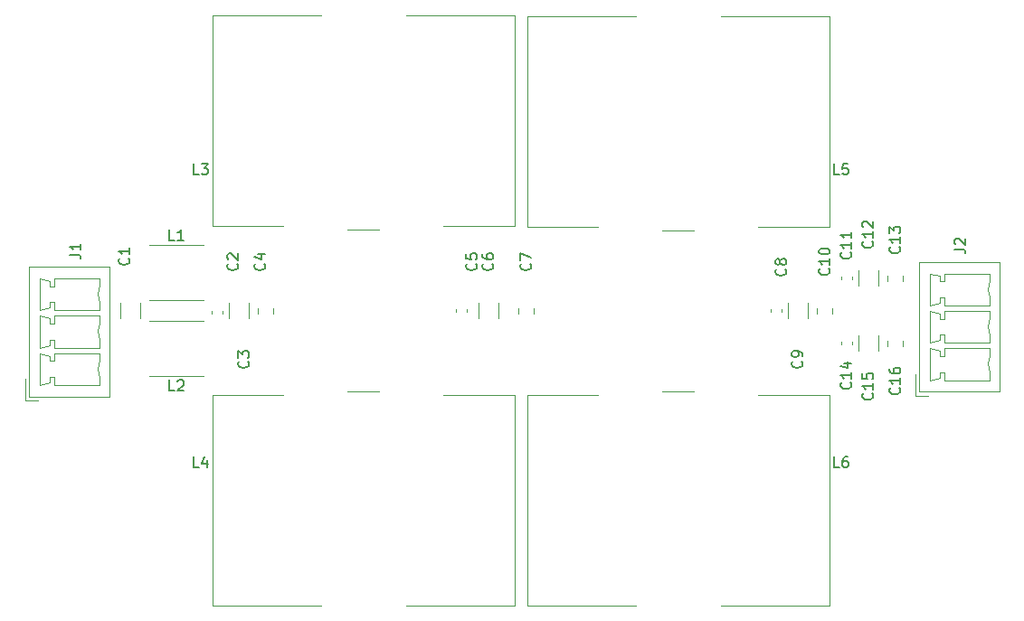
<source format=gto>
%TF.GenerationSoftware,KiCad,Pcbnew,7.0.9*%
%TF.CreationDate,2024-02-01T15:21:56-05:00*%
%TF.ProjectId,power_filter,706f7765-725f-4666-996c-7465722e6b69,rev?*%
%TF.SameCoordinates,Original*%
%TF.FileFunction,Legend,Top*%
%TF.FilePolarity,Positive*%
%FSLAX46Y46*%
G04 Gerber Fmt 4.6, Leading zero omitted, Abs format (unit mm)*
G04 Created by KiCad (PCBNEW 7.0.9) date 2024-02-01 15:21:56*
%MOMM*%
%LPD*%
G01*
G04 APERTURE LIST*
%ADD10C,0.150000*%
%ADD11C,0.120000*%
G04 APERTURE END LIST*
D10*
X116165333Y-116786819D02*
X115689143Y-116786819D01*
X115689143Y-116786819D02*
X115689143Y-115786819D01*
X116927238Y-116120152D02*
X116927238Y-116786819D01*
X116689143Y-115739200D02*
X116451048Y-116453485D01*
X116451048Y-116453485D02*
X117070095Y-116453485D01*
X176109333Y-116786819D02*
X175633143Y-116786819D01*
X175633143Y-116786819D02*
X175633143Y-115786819D01*
X176871238Y-115786819D02*
X176680762Y-115786819D01*
X176680762Y-115786819D02*
X176585524Y-115834438D01*
X176585524Y-115834438D02*
X176537905Y-115882057D01*
X176537905Y-115882057D02*
X176442667Y-116024914D01*
X176442667Y-116024914D02*
X176395048Y-116215390D01*
X176395048Y-116215390D02*
X176395048Y-116596342D01*
X176395048Y-116596342D02*
X176442667Y-116691580D01*
X176442667Y-116691580D02*
X176490286Y-116739200D01*
X176490286Y-116739200D02*
X176585524Y-116786819D01*
X176585524Y-116786819D02*
X176776000Y-116786819D01*
X176776000Y-116786819D02*
X176871238Y-116739200D01*
X176871238Y-116739200D02*
X176918857Y-116691580D01*
X176918857Y-116691580D02*
X176966476Y-116596342D01*
X176966476Y-116596342D02*
X176966476Y-116358247D01*
X176966476Y-116358247D02*
X176918857Y-116263009D01*
X176918857Y-116263009D02*
X176871238Y-116215390D01*
X176871238Y-116215390D02*
X176776000Y-116167771D01*
X176776000Y-116167771D02*
X176585524Y-116167771D01*
X176585524Y-116167771D02*
X176490286Y-116215390D01*
X176490286Y-116215390D02*
X176442667Y-116263009D01*
X176442667Y-116263009D02*
X176395048Y-116358247D01*
X181715580Y-109354857D02*
X181763200Y-109402476D01*
X181763200Y-109402476D02*
X181810819Y-109545333D01*
X181810819Y-109545333D02*
X181810819Y-109640571D01*
X181810819Y-109640571D02*
X181763200Y-109783428D01*
X181763200Y-109783428D02*
X181667961Y-109878666D01*
X181667961Y-109878666D02*
X181572723Y-109926285D01*
X181572723Y-109926285D02*
X181382247Y-109973904D01*
X181382247Y-109973904D02*
X181239390Y-109973904D01*
X181239390Y-109973904D02*
X181048914Y-109926285D01*
X181048914Y-109926285D02*
X180953676Y-109878666D01*
X180953676Y-109878666D02*
X180858438Y-109783428D01*
X180858438Y-109783428D02*
X180810819Y-109640571D01*
X180810819Y-109640571D02*
X180810819Y-109545333D01*
X180810819Y-109545333D02*
X180858438Y-109402476D01*
X180858438Y-109402476D02*
X180906057Y-109354857D01*
X181810819Y-108402476D02*
X181810819Y-108973904D01*
X181810819Y-108688190D02*
X180810819Y-108688190D01*
X180810819Y-108688190D02*
X180953676Y-108783428D01*
X180953676Y-108783428D02*
X181048914Y-108878666D01*
X181048914Y-108878666D02*
X181096533Y-108973904D01*
X180810819Y-107545333D02*
X180810819Y-107735809D01*
X180810819Y-107735809D02*
X180858438Y-107831047D01*
X180858438Y-107831047D02*
X180906057Y-107878666D01*
X180906057Y-107878666D02*
X181048914Y-107973904D01*
X181048914Y-107973904D02*
X181239390Y-108021523D01*
X181239390Y-108021523D02*
X181620342Y-108021523D01*
X181620342Y-108021523D02*
X181715580Y-107973904D01*
X181715580Y-107973904D02*
X181763200Y-107926285D01*
X181763200Y-107926285D02*
X181810819Y-107831047D01*
X181810819Y-107831047D02*
X181810819Y-107640571D01*
X181810819Y-107640571D02*
X181763200Y-107545333D01*
X181763200Y-107545333D02*
X181715580Y-107497714D01*
X181715580Y-107497714D02*
X181620342Y-107450095D01*
X181620342Y-107450095D02*
X181382247Y-107450095D01*
X181382247Y-107450095D02*
X181287009Y-107497714D01*
X181287009Y-107497714D02*
X181239390Y-107545333D01*
X181239390Y-107545333D02*
X181191771Y-107640571D01*
X181191771Y-107640571D02*
X181191771Y-107831047D01*
X181191771Y-107831047D02*
X181239390Y-107926285D01*
X181239390Y-107926285D02*
X181287009Y-107973904D01*
X181287009Y-107973904D02*
X181382247Y-108021523D01*
X113901333Y-95506819D02*
X113425143Y-95506819D01*
X113425143Y-95506819D02*
X113425143Y-94506819D01*
X114758476Y-95506819D02*
X114187048Y-95506819D01*
X114472762Y-95506819D02*
X114472762Y-94506819D01*
X114472762Y-94506819D02*
X114377524Y-94649676D01*
X114377524Y-94649676D02*
X114282286Y-94744914D01*
X114282286Y-94744914D02*
X114187048Y-94792533D01*
X122279580Y-97702666D02*
X122327200Y-97750285D01*
X122327200Y-97750285D02*
X122374819Y-97893142D01*
X122374819Y-97893142D02*
X122374819Y-97988380D01*
X122374819Y-97988380D02*
X122327200Y-98131237D01*
X122327200Y-98131237D02*
X122231961Y-98226475D01*
X122231961Y-98226475D02*
X122136723Y-98274094D01*
X122136723Y-98274094D02*
X121946247Y-98321713D01*
X121946247Y-98321713D02*
X121803390Y-98321713D01*
X121803390Y-98321713D02*
X121612914Y-98274094D01*
X121612914Y-98274094D02*
X121517676Y-98226475D01*
X121517676Y-98226475D02*
X121422438Y-98131237D01*
X121422438Y-98131237D02*
X121374819Y-97988380D01*
X121374819Y-97988380D02*
X121374819Y-97893142D01*
X121374819Y-97893142D02*
X121422438Y-97750285D01*
X121422438Y-97750285D02*
X121470057Y-97702666D01*
X121708152Y-96845523D02*
X122374819Y-96845523D01*
X121327200Y-97083618D02*
X122041485Y-97321713D01*
X122041485Y-97321713D02*
X122041485Y-96702666D01*
X176109333Y-89354819D02*
X175633143Y-89354819D01*
X175633143Y-89354819D02*
X175633143Y-88354819D01*
X176918857Y-88354819D02*
X176442667Y-88354819D01*
X176442667Y-88354819D02*
X176395048Y-88831009D01*
X176395048Y-88831009D02*
X176442667Y-88783390D01*
X176442667Y-88783390D02*
X176537905Y-88735771D01*
X176537905Y-88735771D02*
X176776000Y-88735771D01*
X176776000Y-88735771D02*
X176871238Y-88783390D01*
X176871238Y-88783390D02*
X176918857Y-88831009D01*
X176918857Y-88831009D02*
X176966476Y-88926247D01*
X176966476Y-88926247D02*
X176966476Y-89164342D01*
X176966476Y-89164342D02*
X176918857Y-89259580D01*
X176918857Y-89259580D02*
X176871238Y-89307200D01*
X176871238Y-89307200D02*
X176776000Y-89354819D01*
X176776000Y-89354819D02*
X176537905Y-89354819D01*
X176537905Y-89354819D02*
X176442667Y-89307200D01*
X176442667Y-89307200D02*
X176395048Y-89259580D01*
X177143580Y-108846857D02*
X177191200Y-108894476D01*
X177191200Y-108894476D02*
X177238819Y-109037333D01*
X177238819Y-109037333D02*
X177238819Y-109132571D01*
X177238819Y-109132571D02*
X177191200Y-109275428D01*
X177191200Y-109275428D02*
X177095961Y-109370666D01*
X177095961Y-109370666D02*
X177000723Y-109418285D01*
X177000723Y-109418285D02*
X176810247Y-109465904D01*
X176810247Y-109465904D02*
X176667390Y-109465904D01*
X176667390Y-109465904D02*
X176476914Y-109418285D01*
X176476914Y-109418285D02*
X176381676Y-109370666D01*
X176381676Y-109370666D02*
X176286438Y-109275428D01*
X176286438Y-109275428D02*
X176238819Y-109132571D01*
X176238819Y-109132571D02*
X176238819Y-109037333D01*
X176238819Y-109037333D02*
X176286438Y-108894476D01*
X176286438Y-108894476D02*
X176334057Y-108846857D01*
X177238819Y-107894476D02*
X177238819Y-108465904D01*
X177238819Y-108180190D02*
X176238819Y-108180190D01*
X176238819Y-108180190D02*
X176381676Y-108275428D01*
X176381676Y-108275428D02*
X176476914Y-108370666D01*
X176476914Y-108370666D02*
X176524533Y-108465904D01*
X176572152Y-107037333D02*
X177238819Y-107037333D01*
X176191200Y-107275428D02*
X176905485Y-107513523D01*
X176905485Y-107513523D02*
X176905485Y-106894476D01*
X147171580Y-97702666D02*
X147219200Y-97750285D01*
X147219200Y-97750285D02*
X147266819Y-97893142D01*
X147266819Y-97893142D02*
X147266819Y-97988380D01*
X147266819Y-97988380D02*
X147219200Y-98131237D01*
X147219200Y-98131237D02*
X147123961Y-98226475D01*
X147123961Y-98226475D02*
X147028723Y-98274094D01*
X147028723Y-98274094D02*
X146838247Y-98321713D01*
X146838247Y-98321713D02*
X146695390Y-98321713D01*
X146695390Y-98321713D02*
X146504914Y-98274094D01*
X146504914Y-98274094D02*
X146409676Y-98226475D01*
X146409676Y-98226475D02*
X146314438Y-98131237D01*
X146314438Y-98131237D02*
X146266819Y-97988380D01*
X146266819Y-97988380D02*
X146266819Y-97893142D01*
X146266819Y-97893142D02*
X146314438Y-97750285D01*
X146314438Y-97750285D02*
X146362057Y-97702666D01*
X146266819Y-97369332D02*
X146266819Y-96702666D01*
X146266819Y-96702666D02*
X147266819Y-97131237D01*
X171047580Y-98210666D02*
X171095200Y-98258285D01*
X171095200Y-98258285D02*
X171142819Y-98401142D01*
X171142819Y-98401142D02*
X171142819Y-98496380D01*
X171142819Y-98496380D02*
X171095200Y-98639237D01*
X171095200Y-98639237D02*
X170999961Y-98734475D01*
X170999961Y-98734475D02*
X170904723Y-98782094D01*
X170904723Y-98782094D02*
X170714247Y-98829713D01*
X170714247Y-98829713D02*
X170571390Y-98829713D01*
X170571390Y-98829713D02*
X170380914Y-98782094D01*
X170380914Y-98782094D02*
X170285676Y-98734475D01*
X170285676Y-98734475D02*
X170190438Y-98639237D01*
X170190438Y-98639237D02*
X170142819Y-98496380D01*
X170142819Y-98496380D02*
X170142819Y-98401142D01*
X170142819Y-98401142D02*
X170190438Y-98258285D01*
X170190438Y-98258285D02*
X170238057Y-98210666D01*
X170571390Y-97639237D02*
X170523771Y-97734475D01*
X170523771Y-97734475D02*
X170476152Y-97782094D01*
X170476152Y-97782094D02*
X170380914Y-97829713D01*
X170380914Y-97829713D02*
X170333295Y-97829713D01*
X170333295Y-97829713D02*
X170238057Y-97782094D01*
X170238057Y-97782094D02*
X170190438Y-97734475D01*
X170190438Y-97734475D02*
X170142819Y-97639237D01*
X170142819Y-97639237D02*
X170142819Y-97448761D01*
X170142819Y-97448761D02*
X170190438Y-97353523D01*
X170190438Y-97353523D02*
X170238057Y-97305904D01*
X170238057Y-97305904D02*
X170333295Y-97258285D01*
X170333295Y-97258285D02*
X170380914Y-97258285D01*
X170380914Y-97258285D02*
X170476152Y-97305904D01*
X170476152Y-97305904D02*
X170523771Y-97353523D01*
X170523771Y-97353523D02*
X170571390Y-97448761D01*
X170571390Y-97448761D02*
X170571390Y-97639237D01*
X170571390Y-97639237D02*
X170619009Y-97734475D01*
X170619009Y-97734475D02*
X170666628Y-97782094D01*
X170666628Y-97782094D02*
X170761866Y-97829713D01*
X170761866Y-97829713D02*
X170952342Y-97829713D01*
X170952342Y-97829713D02*
X171047580Y-97782094D01*
X171047580Y-97782094D02*
X171095200Y-97734475D01*
X171095200Y-97734475D02*
X171142819Y-97639237D01*
X171142819Y-97639237D02*
X171142819Y-97448761D01*
X171142819Y-97448761D02*
X171095200Y-97353523D01*
X171095200Y-97353523D02*
X171047580Y-97305904D01*
X171047580Y-97305904D02*
X170952342Y-97258285D01*
X170952342Y-97258285D02*
X170761866Y-97258285D01*
X170761866Y-97258285D02*
X170666628Y-97305904D01*
X170666628Y-97305904D02*
X170619009Y-97353523D01*
X170619009Y-97353523D02*
X170571390Y-97448761D01*
X120755580Y-106846666D02*
X120803200Y-106894285D01*
X120803200Y-106894285D02*
X120850819Y-107037142D01*
X120850819Y-107037142D02*
X120850819Y-107132380D01*
X120850819Y-107132380D02*
X120803200Y-107275237D01*
X120803200Y-107275237D02*
X120707961Y-107370475D01*
X120707961Y-107370475D02*
X120612723Y-107418094D01*
X120612723Y-107418094D02*
X120422247Y-107465713D01*
X120422247Y-107465713D02*
X120279390Y-107465713D01*
X120279390Y-107465713D02*
X120088914Y-107418094D01*
X120088914Y-107418094D02*
X119993676Y-107370475D01*
X119993676Y-107370475D02*
X119898438Y-107275237D01*
X119898438Y-107275237D02*
X119850819Y-107132380D01*
X119850819Y-107132380D02*
X119850819Y-107037142D01*
X119850819Y-107037142D02*
X119898438Y-106894285D01*
X119898438Y-106894285D02*
X119946057Y-106846666D01*
X119850819Y-106513332D02*
X119850819Y-105894285D01*
X119850819Y-105894285D02*
X120231771Y-106227618D01*
X120231771Y-106227618D02*
X120231771Y-106084761D01*
X120231771Y-106084761D02*
X120279390Y-105989523D01*
X120279390Y-105989523D02*
X120327009Y-105941904D01*
X120327009Y-105941904D02*
X120422247Y-105894285D01*
X120422247Y-105894285D02*
X120660342Y-105894285D01*
X120660342Y-105894285D02*
X120755580Y-105941904D01*
X120755580Y-105941904D02*
X120803200Y-105989523D01*
X120803200Y-105989523D02*
X120850819Y-106084761D01*
X120850819Y-106084761D02*
X120850819Y-106370475D01*
X120850819Y-106370475D02*
X120803200Y-106465713D01*
X120803200Y-106465713D02*
X120755580Y-106513332D01*
X186906819Y-96345333D02*
X187621104Y-96345333D01*
X187621104Y-96345333D02*
X187763961Y-96392952D01*
X187763961Y-96392952D02*
X187859200Y-96488190D01*
X187859200Y-96488190D02*
X187906819Y-96631047D01*
X187906819Y-96631047D02*
X187906819Y-96726285D01*
X187002057Y-95916761D02*
X186954438Y-95869142D01*
X186954438Y-95869142D02*
X186906819Y-95773904D01*
X186906819Y-95773904D02*
X186906819Y-95535809D01*
X186906819Y-95535809D02*
X186954438Y-95440571D01*
X186954438Y-95440571D02*
X187002057Y-95392952D01*
X187002057Y-95392952D02*
X187097295Y-95345333D01*
X187097295Y-95345333D02*
X187192533Y-95345333D01*
X187192533Y-95345333D02*
X187335390Y-95392952D01*
X187335390Y-95392952D02*
X187906819Y-95964380D01*
X187906819Y-95964380D02*
X187906819Y-95345333D01*
X143615580Y-97702666D02*
X143663200Y-97750285D01*
X143663200Y-97750285D02*
X143710819Y-97893142D01*
X143710819Y-97893142D02*
X143710819Y-97988380D01*
X143710819Y-97988380D02*
X143663200Y-98131237D01*
X143663200Y-98131237D02*
X143567961Y-98226475D01*
X143567961Y-98226475D02*
X143472723Y-98274094D01*
X143472723Y-98274094D02*
X143282247Y-98321713D01*
X143282247Y-98321713D02*
X143139390Y-98321713D01*
X143139390Y-98321713D02*
X142948914Y-98274094D01*
X142948914Y-98274094D02*
X142853676Y-98226475D01*
X142853676Y-98226475D02*
X142758438Y-98131237D01*
X142758438Y-98131237D02*
X142710819Y-97988380D01*
X142710819Y-97988380D02*
X142710819Y-97893142D01*
X142710819Y-97893142D02*
X142758438Y-97750285D01*
X142758438Y-97750285D02*
X142806057Y-97702666D01*
X142710819Y-96845523D02*
X142710819Y-97035999D01*
X142710819Y-97035999D02*
X142758438Y-97131237D01*
X142758438Y-97131237D02*
X142806057Y-97178856D01*
X142806057Y-97178856D02*
X142948914Y-97274094D01*
X142948914Y-97274094D02*
X143139390Y-97321713D01*
X143139390Y-97321713D02*
X143520342Y-97321713D01*
X143520342Y-97321713D02*
X143615580Y-97274094D01*
X143615580Y-97274094D02*
X143663200Y-97226475D01*
X143663200Y-97226475D02*
X143710819Y-97131237D01*
X143710819Y-97131237D02*
X143710819Y-96940761D01*
X143710819Y-96940761D02*
X143663200Y-96845523D01*
X143663200Y-96845523D02*
X143615580Y-96797904D01*
X143615580Y-96797904D02*
X143520342Y-96750285D01*
X143520342Y-96750285D02*
X143282247Y-96750285D01*
X143282247Y-96750285D02*
X143187009Y-96797904D01*
X143187009Y-96797904D02*
X143139390Y-96845523D01*
X143139390Y-96845523D02*
X143091771Y-96940761D01*
X143091771Y-96940761D02*
X143091771Y-97131237D01*
X143091771Y-97131237D02*
X143139390Y-97226475D01*
X143139390Y-97226475D02*
X143187009Y-97274094D01*
X143187009Y-97274094D02*
X143282247Y-97321713D01*
X109579580Y-97194666D02*
X109627200Y-97242285D01*
X109627200Y-97242285D02*
X109674819Y-97385142D01*
X109674819Y-97385142D02*
X109674819Y-97480380D01*
X109674819Y-97480380D02*
X109627200Y-97623237D01*
X109627200Y-97623237D02*
X109531961Y-97718475D01*
X109531961Y-97718475D02*
X109436723Y-97766094D01*
X109436723Y-97766094D02*
X109246247Y-97813713D01*
X109246247Y-97813713D02*
X109103390Y-97813713D01*
X109103390Y-97813713D02*
X108912914Y-97766094D01*
X108912914Y-97766094D02*
X108817676Y-97718475D01*
X108817676Y-97718475D02*
X108722438Y-97623237D01*
X108722438Y-97623237D02*
X108674819Y-97480380D01*
X108674819Y-97480380D02*
X108674819Y-97385142D01*
X108674819Y-97385142D02*
X108722438Y-97242285D01*
X108722438Y-97242285D02*
X108770057Y-97194666D01*
X109674819Y-96242285D02*
X109674819Y-96813713D01*
X109674819Y-96527999D02*
X108674819Y-96527999D01*
X108674819Y-96527999D02*
X108817676Y-96623237D01*
X108817676Y-96623237D02*
X108912914Y-96718475D01*
X108912914Y-96718475D02*
X108960533Y-96813713D01*
X179175580Y-95638857D02*
X179223200Y-95686476D01*
X179223200Y-95686476D02*
X179270819Y-95829333D01*
X179270819Y-95829333D02*
X179270819Y-95924571D01*
X179270819Y-95924571D02*
X179223200Y-96067428D01*
X179223200Y-96067428D02*
X179127961Y-96162666D01*
X179127961Y-96162666D02*
X179032723Y-96210285D01*
X179032723Y-96210285D02*
X178842247Y-96257904D01*
X178842247Y-96257904D02*
X178699390Y-96257904D01*
X178699390Y-96257904D02*
X178508914Y-96210285D01*
X178508914Y-96210285D02*
X178413676Y-96162666D01*
X178413676Y-96162666D02*
X178318438Y-96067428D01*
X178318438Y-96067428D02*
X178270819Y-95924571D01*
X178270819Y-95924571D02*
X178270819Y-95829333D01*
X178270819Y-95829333D02*
X178318438Y-95686476D01*
X178318438Y-95686476D02*
X178366057Y-95638857D01*
X179270819Y-94686476D02*
X179270819Y-95257904D01*
X179270819Y-94972190D02*
X178270819Y-94972190D01*
X178270819Y-94972190D02*
X178413676Y-95067428D01*
X178413676Y-95067428D02*
X178508914Y-95162666D01*
X178508914Y-95162666D02*
X178556533Y-95257904D01*
X178366057Y-94305523D02*
X178318438Y-94257904D01*
X178318438Y-94257904D02*
X178270819Y-94162666D01*
X178270819Y-94162666D02*
X178270819Y-93924571D01*
X178270819Y-93924571D02*
X178318438Y-93829333D01*
X178318438Y-93829333D02*
X178366057Y-93781714D01*
X178366057Y-93781714D02*
X178461295Y-93734095D01*
X178461295Y-93734095D02*
X178556533Y-93734095D01*
X178556533Y-93734095D02*
X178699390Y-93781714D01*
X178699390Y-93781714D02*
X179270819Y-94353142D01*
X179270819Y-94353142D02*
X179270819Y-93734095D01*
X179175580Y-109862857D02*
X179223200Y-109910476D01*
X179223200Y-109910476D02*
X179270819Y-110053333D01*
X179270819Y-110053333D02*
X179270819Y-110148571D01*
X179270819Y-110148571D02*
X179223200Y-110291428D01*
X179223200Y-110291428D02*
X179127961Y-110386666D01*
X179127961Y-110386666D02*
X179032723Y-110434285D01*
X179032723Y-110434285D02*
X178842247Y-110481904D01*
X178842247Y-110481904D02*
X178699390Y-110481904D01*
X178699390Y-110481904D02*
X178508914Y-110434285D01*
X178508914Y-110434285D02*
X178413676Y-110386666D01*
X178413676Y-110386666D02*
X178318438Y-110291428D01*
X178318438Y-110291428D02*
X178270819Y-110148571D01*
X178270819Y-110148571D02*
X178270819Y-110053333D01*
X178270819Y-110053333D02*
X178318438Y-109910476D01*
X178318438Y-109910476D02*
X178366057Y-109862857D01*
X179270819Y-108910476D02*
X179270819Y-109481904D01*
X179270819Y-109196190D02*
X178270819Y-109196190D01*
X178270819Y-109196190D02*
X178413676Y-109291428D01*
X178413676Y-109291428D02*
X178508914Y-109386666D01*
X178508914Y-109386666D02*
X178556533Y-109481904D01*
X178270819Y-108005714D02*
X178270819Y-108481904D01*
X178270819Y-108481904D02*
X178747009Y-108529523D01*
X178747009Y-108529523D02*
X178699390Y-108481904D01*
X178699390Y-108481904D02*
X178651771Y-108386666D01*
X178651771Y-108386666D02*
X178651771Y-108148571D01*
X178651771Y-108148571D02*
X178699390Y-108053333D01*
X178699390Y-108053333D02*
X178747009Y-108005714D01*
X178747009Y-108005714D02*
X178842247Y-107958095D01*
X178842247Y-107958095D02*
X179080342Y-107958095D01*
X179080342Y-107958095D02*
X179175580Y-108005714D01*
X179175580Y-108005714D02*
X179223200Y-108053333D01*
X179223200Y-108053333D02*
X179270819Y-108148571D01*
X179270819Y-108148571D02*
X179270819Y-108386666D01*
X179270819Y-108386666D02*
X179223200Y-108481904D01*
X179223200Y-108481904D02*
X179175580Y-108529523D01*
X113901333Y-109618819D02*
X113425143Y-109618819D01*
X113425143Y-109618819D02*
X113425143Y-108618819D01*
X114187048Y-108714057D02*
X114234667Y-108666438D01*
X114234667Y-108666438D02*
X114329905Y-108618819D01*
X114329905Y-108618819D02*
X114568000Y-108618819D01*
X114568000Y-108618819D02*
X114663238Y-108666438D01*
X114663238Y-108666438D02*
X114710857Y-108714057D01*
X114710857Y-108714057D02*
X114758476Y-108809295D01*
X114758476Y-108809295D02*
X114758476Y-108904533D01*
X114758476Y-108904533D02*
X114710857Y-109047390D01*
X114710857Y-109047390D02*
X114139429Y-109618819D01*
X114139429Y-109618819D02*
X114758476Y-109618819D01*
X104102819Y-96853333D02*
X104817104Y-96853333D01*
X104817104Y-96853333D02*
X104959961Y-96900952D01*
X104959961Y-96900952D02*
X105055200Y-96996190D01*
X105055200Y-96996190D02*
X105102819Y-97139047D01*
X105102819Y-97139047D02*
X105102819Y-97234285D01*
X105102819Y-95853333D02*
X105102819Y-96424761D01*
X105102819Y-96139047D02*
X104102819Y-96139047D01*
X104102819Y-96139047D02*
X104245676Y-96234285D01*
X104245676Y-96234285D02*
X104340914Y-96329523D01*
X104340914Y-96329523D02*
X104388533Y-96424761D01*
X175111580Y-98178857D02*
X175159200Y-98226476D01*
X175159200Y-98226476D02*
X175206819Y-98369333D01*
X175206819Y-98369333D02*
X175206819Y-98464571D01*
X175206819Y-98464571D02*
X175159200Y-98607428D01*
X175159200Y-98607428D02*
X175063961Y-98702666D01*
X175063961Y-98702666D02*
X174968723Y-98750285D01*
X174968723Y-98750285D02*
X174778247Y-98797904D01*
X174778247Y-98797904D02*
X174635390Y-98797904D01*
X174635390Y-98797904D02*
X174444914Y-98750285D01*
X174444914Y-98750285D02*
X174349676Y-98702666D01*
X174349676Y-98702666D02*
X174254438Y-98607428D01*
X174254438Y-98607428D02*
X174206819Y-98464571D01*
X174206819Y-98464571D02*
X174206819Y-98369333D01*
X174206819Y-98369333D02*
X174254438Y-98226476D01*
X174254438Y-98226476D02*
X174302057Y-98178857D01*
X175206819Y-97226476D02*
X175206819Y-97797904D01*
X175206819Y-97512190D02*
X174206819Y-97512190D01*
X174206819Y-97512190D02*
X174349676Y-97607428D01*
X174349676Y-97607428D02*
X174444914Y-97702666D01*
X174444914Y-97702666D02*
X174492533Y-97797904D01*
X174206819Y-96607428D02*
X174206819Y-96512190D01*
X174206819Y-96512190D02*
X174254438Y-96416952D01*
X174254438Y-96416952D02*
X174302057Y-96369333D01*
X174302057Y-96369333D02*
X174397295Y-96321714D01*
X174397295Y-96321714D02*
X174587771Y-96274095D01*
X174587771Y-96274095D02*
X174825866Y-96274095D01*
X174825866Y-96274095D02*
X175016342Y-96321714D01*
X175016342Y-96321714D02*
X175111580Y-96369333D01*
X175111580Y-96369333D02*
X175159200Y-96416952D01*
X175159200Y-96416952D02*
X175206819Y-96512190D01*
X175206819Y-96512190D02*
X175206819Y-96607428D01*
X175206819Y-96607428D02*
X175159200Y-96702666D01*
X175159200Y-96702666D02*
X175111580Y-96750285D01*
X175111580Y-96750285D02*
X175016342Y-96797904D01*
X175016342Y-96797904D02*
X174825866Y-96845523D01*
X174825866Y-96845523D02*
X174587771Y-96845523D01*
X174587771Y-96845523D02*
X174397295Y-96797904D01*
X174397295Y-96797904D02*
X174302057Y-96750285D01*
X174302057Y-96750285D02*
X174254438Y-96702666D01*
X174254438Y-96702666D02*
X174206819Y-96607428D01*
X172571580Y-106846666D02*
X172619200Y-106894285D01*
X172619200Y-106894285D02*
X172666819Y-107037142D01*
X172666819Y-107037142D02*
X172666819Y-107132380D01*
X172666819Y-107132380D02*
X172619200Y-107275237D01*
X172619200Y-107275237D02*
X172523961Y-107370475D01*
X172523961Y-107370475D02*
X172428723Y-107418094D01*
X172428723Y-107418094D02*
X172238247Y-107465713D01*
X172238247Y-107465713D02*
X172095390Y-107465713D01*
X172095390Y-107465713D02*
X171904914Y-107418094D01*
X171904914Y-107418094D02*
X171809676Y-107370475D01*
X171809676Y-107370475D02*
X171714438Y-107275237D01*
X171714438Y-107275237D02*
X171666819Y-107132380D01*
X171666819Y-107132380D02*
X171666819Y-107037142D01*
X171666819Y-107037142D02*
X171714438Y-106894285D01*
X171714438Y-106894285D02*
X171762057Y-106846666D01*
X172666819Y-106370475D02*
X172666819Y-106179999D01*
X172666819Y-106179999D02*
X172619200Y-106084761D01*
X172619200Y-106084761D02*
X172571580Y-106037142D01*
X172571580Y-106037142D02*
X172428723Y-105941904D01*
X172428723Y-105941904D02*
X172238247Y-105894285D01*
X172238247Y-105894285D02*
X171857295Y-105894285D01*
X171857295Y-105894285D02*
X171762057Y-105941904D01*
X171762057Y-105941904D02*
X171714438Y-105989523D01*
X171714438Y-105989523D02*
X171666819Y-106084761D01*
X171666819Y-106084761D02*
X171666819Y-106275237D01*
X171666819Y-106275237D02*
X171714438Y-106370475D01*
X171714438Y-106370475D02*
X171762057Y-106418094D01*
X171762057Y-106418094D02*
X171857295Y-106465713D01*
X171857295Y-106465713D02*
X172095390Y-106465713D01*
X172095390Y-106465713D02*
X172190628Y-106418094D01*
X172190628Y-106418094D02*
X172238247Y-106370475D01*
X172238247Y-106370475D02*
X172285866Y-106275237D01*
X172285866Y-106275237D02*
X172285866Y-106084761D01*
X172285866Y-106084761D02*
X172238247Y-105989523D01*
X172238247Y-105989523D02*
X172190628Y-105941904D01*
X172190628Y-105941904D02*
X172095390Y-105894285D01*
X142091580Y-97702666D02*
X142139200Y-97750285D01*
X142139200Y-97750285D02*
X142186819Y-97893142D01*
X142186819Y-97893142D02*
X142186819Y-97988380D01*
X142186819Y-97988380D02*
X142139200Y-98131237D01*
X142139200Y-98131237D02*
X142043961Y-98226475D01*
X142043961Y-98226475D02*
X141948723Y-98274094D01*
X141948723Y-98274094D02*
X141758247Y-98321713D01*
X141758247Y-98321713D02*
X141615390Y-98321713D01*
X141615390Y-98321713D02*
X141424914Y-98274094D01*
X141424914Y-98274094D02*
X141329676Y-98226475D01*
X141329676Y-98226475D02*
X141234438Y-98131237D01*
X141234438Y-98131237D02*
X141186819Y-97988380D01*
X141186819Y-97988380D02*
X141186819Y-97893142D01*
X141186819Y-97893142D02*
X141234438Y-97750285D01*
X141234438Y-97750285D02*
X141282057Y-97702666D01*
X141186819Y-96797904D02*
X141186819Y-97274094D01*
X141186819Y-97274094D02*
X141663009Y-97321713D01*
X141663009Y-97321713D02*
X141615390Y-97274094D01*
X141615390Y-97274094D02*
X141567771Y-97178856D01*
X141567771Y-97178856D02*
X141567771Y-96940761D01*
X141567771Y-96940761D02*
X141615390Y-96845523D01*
X141615390Y-96845523D02*
X141663009Y-96797904D01*
X141663009Y-96797904D02*
X141758247Y-96750285D01*
X141758247Y-96750285D02*
X141996342Y-96750285D01*
X141996342Y-96750285D02*
X142091580Y-96797904D01*
X142091580Y-96797904D02*
X142139200Y-96845523D01*
X142139200Y-96845523D02*
X142186819Y-96940761D01*
X142186819Y-96940761D02*
X142186819Y-97178856D01*
X142186819Y-97178856D02*
X142139200Y-97274094D01*
X142139200Y-97274094D02*
X142091580Y-97321713D01*
X177143580Y-96654857D02*
X177191200Y-96702476D01*
X177191200Y-96702476D02*
X177238819Y-96845333D01*
X177238819Y-96845333D02*
X177238819Y-96940571D01*
X177238819Y-96940571D02*
X177191200Y-97083428D01*
X177191200Y-97083428D02*
X177095961Y-97178666D01*
X177095961Y-97178666D02*
X177000723Y-97226285D01*
X177000723Y-97226285D02*
X176810247Y-97273904D01*
X176810247Y-97273904D02*
X176667390Y-97273904D01*
X176667390Y-97273904D02*
X176476914Y-97226285D01*
X176476914Y-97226285D02*
X176381676Y-97178666D01*
X176381676Y-97178666D02*
X176286438Y-97083428D01*
X176286438Y-97083428D02*
X176238819Y-96940571D01*
X176238819Y-96940571D02*
X176238819Y-96845333D01*
X176238819Y-96845333D02*
X176286438Y-96702476D01*
X176286438Y-96702476D02*
X176334057Y-96654857D01*
X177238819Y-95702476D02*
X177238819Y-96273904D01*
X177238819Y-95988190D02*
X176238819Y-95988190D01*
X176238819Y-95988190D02*
X176381676Y-96083428D01*
X176381676Y-96083428D02*
X176476914Y-96178666D01*
X176476914Y-96178666D02*
X176524533Y-96273904D01*
X177238819Y-94750095D02*
X177238819Y-95321523D01*
X177238819Y-95035809D02*
X176238819Y-95035809D01*
X176238819Y-95035809D02*
X176381676Y-95131047D01*
X176381676Y-95131047D02*
X176476914Y-95226285D01*
X176476914Y-95226285D02*
X176524533Y-95321523D01*
X119739580Y-97702666D02*
X119787200Y-97750285D01*
X119787200Y-97750285D02*
X119834819Y-97893142D01*
X119834819Y-97893142D02*
X119834819Y-97988380D01*
X119834819Y-97988380D02*
X119787200Y-98131237D01*
X119787200Y-98131237D02*
X119691961Y-98226475D01*
X119691961Y-98226475D02*
X119596723Y-98274094D01*
X119596723Y-98274094D02*
X119406247Y-98321713D01*
X119406247Y-98321713D02*
X119263390Y-98321713D01*
X119263390Y-98321713D02*
X119072914Y-98274094D01*
X119072914Y-98274094D02*
X118977676Y-98226475D01*
X118977676Y-98226475D02*
X118882438Y-98131237D01*
X118882438Y-98131237D02*
X118834819Y-97988380D01*
X118834819Y-97988380D02*
X118834819Y-97893142D01*
X118834819Y-97893142D02*
X118882438Y-97750285D01*
X118882438Y-97750285D02*
X118930057Y-97702666D01*
X118930057Y-97321713D02*
X118882438Y-97274094D01*
X118882438Y-97274094D02*
X118834819Y-97178856D01*
X118834819Y-97178856D02*
X118834819Y-96940761D01*
X118834819Y-96940761D02*
X118882438Y-96845523D01*
X118882438Y-96845523D02*
X118930057Y-96797904D01*
X118930057Y-96797904D02*
X119025295Y-96750285D01*
X119025295Y-96750285D02*
X119120533Y-96750285D01*
X119120533Y-96750285D02*
X119263390Y-96797904D01*
X119263390Y-96797904D02*
X119834819Y-97369332D01*
X119834819Y-97369332D02*
X119834819Y-96750285D01*
X181715580Y-96146857D02*
X181763200Y-96194476D01*
X181763200Y-96194476D02*
X181810819Y-96337333D01*
X181810819Y-96337333D02*
X181810819Y-96432571D01*
X181810819Y-96432571D02*
X181763200Y-96575428D01*
X181763200Y-96575428D02*
X181667961Y-96670666D01*
X181667961Y-96670666D02*
X181572723Y-96718285D01*
X181572723Y-96718285D02*
X181382247Y-96765904D01*
X181382247Y-96765904D02*
X181239390Y-96765904D01*
X181239390Y-96765904D02*
X181048914Y-96718285D01*
X181048914Y-96718285D02*
X180953676Y-96670666D01*
X180953676Y-96670666D02*
X180858438Y-96575428D01*
X180858438Y-96575428D02*
X180810819Y-96432571D01*
X180810819Y-96432571D02*
X180810819Y-96337333D01*
X180810819Y-96337333D02*
X180858438Y-96194476D01*
X180858438Y-96194476D02*
X180906057Y-96146857D01*
X181810819Y-95194476D02*
X181810819Y-95765904D01*
X181810819Y-95480190D02*
X180810819Y-95480190D01*
X180810819Y-95480190D02*
X180953676Y-95575428D01*
X180953676Y-95575428D02*
X181048914Y-95670666D01*
X181048914Y-95670666D02*
X181096533Y-95765904D01*
X180810819Y-94861142D02*
X180810819Y-94242095D01*
X180810819Y-94242095D02*
X181191771Y-94575428D01*
X181191771Y-94575428D02*
X181191771Y-94432571D01*
X181191771Y-94432571D02*
X181239390Y-94337333D01*
X181239390Y-94337333D02*
X181287009Y-94289714D01*
X181287009Y-94289714D02*
X181382247Y-94242095D01*
X181382247Y-94242095D02*
X181620342Y-94242095D01*
X181620342Y-94242095D02*
X181715580Y-94289714D01*
X181715580Y-94289714D02*
X181763200Y-94337333D01*
X181763200Y-94337333D02*
X181810819Y-94432571D01*
X181810819Y-94432571D02*
X181810819Y-94718285D01*
X181810819Y-94718285D02*
X181763200Y-94813523D01*
X181763200Y-94813523D02*
X181715580Y-94861142D01*
X116165333Y-89354819D02*
X115689143Y-89354819D01*
X115689143Y-89354819D02*
X115689143Y-88354819D01*
X116403429Y-88354819D02*
X117022476Y-88354819D01*
X117022476Y-88354819D02*
X116689143Y-88735771D01*
X116689143Y-88735771D02*
X116832000Y-88735771D01*
X116832000Y-88735771D02*
X116927238Y-88783390D01*
X116927238Y-88783390D02*
X116974857Y-88831009D01*
X116974857Y-88831009D02*
X117022476Y-88926247D01*
X117022476Y-88926247D02*
X117022476Y-89164342D01*
X117022476Y-89164342D02*
X116974857Y-89259580D01*
X116974857Y-89259580D02*
X116927238Y-89307200D01*
X116927238Y-89307200D02*
X116832000Y-89354819D01*
X116832000Y-89354819D02*
X116546286Y-89354819D01*
X116546286Y-89354819D02*
X116451048Y-89307200D01*
X116451048Y-89307200D02*
X116403429Y-89259580D01*
D11*
%TO.C,L4*%
X145722000Y-129738000D02*
X135572000Y-129738000D01*
X145722000Y-110038000D02*
X145722000Y-129738000D01*
X139072000Y-110038000D02*
X145722000Y-110038000D01*
X130072000Y-109688000D02*
X133072000Y-109688000D01*
X127572000Y-129738000D02*
X117422000Y-129738000D01*
X117422000Y-129738000D02*
X117422000Y-110038000D01*
X117422000Y-110038000D02*
X124072000Y-110038000D01*
%TO.C,L6*%
X175186000Y-129738000D02*
X165036000Y-129738000D01*
X175186000Y-110038000D02*
X175186000Y-129738000D01*
X168536000Y-110038000D02*
X175186000Y-110038000D01*
X159536000Y-109688000D02*
X162536000Y-109688000D01*
X157036000Y-129738000D02*
X146886000Y-129738000D01*
X146886000Y-129738000D02*
X146886000Y-110038000D01*
X146886000Y-110038000D02*
X153536000Y-110038000D01*
%TO.C,C16*%
X182091000Y-104894748D02*
X182091000Y-105417252D01*
X180621000Y-104894748D02*
X180621000Y-105417252D01*
%TO.C,L1*%
X111518000Y-95952000D02*
X116618000Y-95952000D01*
X111518000Y-101152000D02*
X116618000Y-101152000D01*
%TO.C,C4*%
X123163000Y-101846748D02*
X123163000Y-102369252D01*
X121693000Y-101846748D02*
X121693000Y-102369252D01*
%TO.C,L5*%
X146886000Y-74578000D02*
X157036000Y-74578000D01*
X146886000Y-94278000D02*
X146886000Y-74578000D01*
X153536000Y-94278000D02*
X146886000Y-94278000D01*
X162536000Y-94628000D02*
X159536000Y-94628000D01*
X165036000Y-74578000D02*
X175186000Y-74578000D01*
X175186000Y-74578000D02*
X175186000Y-94278000D01*
X175186000Y-94278000D02*
X168536000Y-94278000D01*
%TO.C,C14*%
X177294000Y-105009733D02*
X177294000Y-105302267D01*
X176274000Y-105009733D02*
X176274000Y-105302267D01*
%TO.C,C7*%
X147547000Y-101846748D02*
X147547000Y-102369252D01*
X146077000Y-101846748D02*
X146077000Y-102369252D01*
%TO.C,C8*%
X170690000Y-101961733D02*
X170690000Y-102254267D01*
X169670000Y-101961733D02*
X169670000Y-102254267D01*
%TO.C,C3*%
X120798000Y-101396748D02*
X120798000Y-102819252D01*
X118978000Y-101396748D02*
X118978000Y-102819252D01*
%TO.C,J2*%
X183210000Y-110082000D02*
X183210000Y-108082000D01*
X184460000Y-110082000D02*
X183210000Y-110082000D01*
X183600000Y-109692000D02*
X191070000Y-109692000D01*
X191070000Y-109692000D02*
X191070000Y-97572000D01*
X184560000Y-108632000D02*
X184560000Y-105632000D01*
X185910000Y-108632000D02*
X185910000Y-107882000D01*
X190210000Y-108632000D02*
X185910000Y-108632000D01*
X185560000Y-108382000D02*
X184560000Y-108632000D01*
X185560000Y-107882000D02*
X185560000Y-108382000D01*
X185910000Y-107882000D02*
X185560000Y-107882000D01*
X190210000Y-107882000D02*
X190210000Y-108632000D01*
X185560000Y-106382000D02*
X185910000Y-106382000D01*
X185910000Y-106382000D02*
X185910000Y-105632000D01*
X185560000Y-105882000D02*
X185560000Y-106382000D01*
X184560000Y-105632000D02*
X185560000Y-105882000D01*
X185910000Y-105632000D02*
X190210000Y-105632000D01*
X190210000Y-105632000D02*
X190210000Y-106382000D01*
X184560000Y-105132000D02*
X184560000Y-102132000D01*
X185910000Y-105132000D02*
X185910000Y-104382000D01*
X190210000Y-105132000D02*
X185910000Y-105132000D01*
X185560000Y-104882000D02*
X184560000Y-105132000D01*
X185560000Y-104382000D02*
X185560000Y-104882000D01*
X185910000Y-104382000D02*
X185560000Y-104382000D01*
X190210000Y-104382000D02*
X190210000Y-105132000D01*
X185560000Y-102882000D02*
X185910000Y-102882000D01*
X185910000Y-102882000D02*
X185910000Y-102132000D01*
X185560000Y-102382000D02*
X185560000Y-102882000D01*
X184560000Y-102132000D02*
X185560000Y-102382000D01*
X185910000Y-102132000D02*
X190210000Y-102132000D01*
X190210000Y-102132000D02*
X190210000Y-102882000D01*
X184560000Y-101632000D02*
X184560000Y-98632000D01*
X185910000Y-101632000D02*
X185910000Y-100882000D01*
X190210000Y-101632000D02*
X185910000Y-101632000D01*
X185560000Y-101382000D02*
X184560000Y-101632000D01*
X185560000Y-100882000D02*
X185560000Y-101382000D01*
X185910000Y-100882000D02*
X185560000Y-100882000D01*
X190210000Y-100882000D02*
X190210000Y-101632000D01*
X185560000Y-99382000D02*
X185910000Y-99382000D01*
X185910000Y-99382000D02*
X185910000Y-98632000D01*
X185560000Y-98882000D02*
X185560000Y-99382000D01*
X184560000Y-98632000D02*
X185560000Y-98882000D01*
X185910000Y-98632000D02*
X190210000Y-98632000D01*
X190210000Y-98632000D02*
X190210000Y-99382000D01*
X183600000Y-97572000D02*
X183600000Y-109692000D01*
X191070000Y-97572000D02*
X183600000Y-97572000D01*
X190209845Y-106382353D02*
G75*
G03*
X190210000Y-107882000I1700155J-749647D01*
G01*
X190209845Y-102882353D02*
G75*
G03*
X190210000Y-104382000I1700155J-749647D01*
G01*
X190209845Y-99382353D02*
G75*
G03*
X190210000Y-100882000I1700155J-749647D01*
G01*
%TO.C,C6*%
X144166000Y-101396748D02*
X144166000Y-102819252D01*
X142346000Y-101396748D02*
X142346000Y-102819252D01*
%TO.C,C1*%
X110638000Y-101358248D02*
X110638000Y-102780752D01*
X108818000Y-101358248D02*
X108818000Y-102780752D01*
%TO.C,C12*%
X177906000Y-99771252D02*
X177906000Y-98348748D01*
X179726000Y-99771252D02*
X179726000Y-98348748D01*
%TO.C,C15*%
X179726000Y-104444748D02*
X179726000Y-105867252D01*
X177906000Y-104444748D02*
X177906000Y-105867252D01*
%TO.C,L2*%
X116618000Y-108264000D02*
X111518000Y-108264000D01*
X116618000Y-103064000D02*
X111518000Y-103064000D01*
%TO.C,J1*%
X99898000Y-110534000D02*
X99898000Y-108534000D01*
X101148000Y-110534000D02*
X99898000Y-110534000D01*
X100288000Y-110144000D02*
X107758000Y-110144000D01*
X107758000Y-110144000D02*
X107758000Y-98024000D01*
X101248000Y-109084000D02*
X101248000Y-106084000D01*
X102598000Y-109084000D02*
X102598000Y-108334000D01*
X106898000Y-109084000D02*
X102598000Y-109084000D01*
X102248000Y-108834000D02*
X101248000Y-109084000D01*
X102248000Y-108334000D02*
X102248000Y-108834000D01*
X102598000Y-108334000D02*
X102248000Y-108334000D01*
X106898000Y-108334000D02*
X106898000Y-109084000D01*
X102248000Y-106834000D02*
X102598000Y-106834000D01*
X102598000Y-106834000D02*
X102598000Y-106084000D01*
X102248000Y-106334000D02*
X102248000Y-106834000D01*
X101248000Y-106084000D02*
X102248000Y-106334000D01*
X102598000Y-106084000D02*
X106898000Y-106084000D01*
X106898000Y-106084000D02*
X106898000Y-106834000D01*
X101248000Y-105584000D02*
X101248000Y-102584000D01*
X102598000Y-105584000D02*
X102598000Y-104834000D01*
X106898000Y-105584000D02*
X102598000Y-105584000D01*
X102248000Y-105334000D02*
X101248000Y-105584000D01*
X102248000Y-104834000D02*
X102248000Y-105334000D01*
X102598000Y-104834000D02*
X102248000Y-104834000D01*
X106898000Y-104834000D02*
X106898000Y-105584000D01*
X102248000Y-103334000D02*
X102598000Y-103334000D01*
X102598000Y-103334000D02*
X102598000Y-102584000D01*
X102248000Y-102834000D02*
X102248000Y-103334000D01*
X101248000Y-102584000D02*
X102248000Y-102834000D01*
X102598000Y-102584000D02*
X106898000Y-102584000D01*
X106898000Y-102584000D02*
X106898000Y-103334000D01*
X101248000Y-102084000D02*
X101248000Y-99084000D01*
X102598000Y-102084000D02*
X102598000Y-101334000D01*
X106898000Y-102084000D02*
X102598000Y-102084000D01*
X102248000Y-101834000D02*
X101248000Y-102084000D01*
X102248000Y-101334000D02*
X102248000Y-101834000D01*
X102598000Y-101334000D02*
X102248000Y-101334000D01*
X106898000Y-101334000D02*
X106898000Y-102084000D01*
X102248000Y-99834000D02*
X102598000Y-99834000D01*
X102598000Y-99834000D02*
X102598000Y-99084000D01*
X102248000Y-99334000D02*
X102248000Y-99834000D01*
X101248000Y-99084000D02*
X102248000Y-99334000D01*
X102598000Y-99084000D02*
X106898000Y-99084000D01*
X106898000Y-99084000D02*
X106898000Y-99834000D01*
X100288000Y-98024000D02*
X100288000Y-110144000D01*
X107758000Y-98024000D02*
X100288000Y-98024000D01*
X106897845Y-106834353D02*
G75*
G03*
X106898000Y-108334000I1700155J-749647D01*
G01*
X106897845Y-103334353D02*
G75*
G03*
X106898000Y-104834000I1700155J-749647D01*
G01*
X106897845Y-99834353D02*
G75*
G03*
X106898000Y-101334000I1700155J-749647D01*
G01*
%TO.C,C10*%
X175487000Y-101846748D02*
X175487000Y-102369252D01*
X174017000Y-101846748D02*
X174017000Y-102369252D01*
%TO.C,C9*%
X173122000Y-101396748D02*
X173122000Y-102819252D01*
X171302000Y-101396748D02*
X171302000Y-102819252D01*
%TO.C,C5*%
X141226000Y-101961733D02*
X141226000Y-102254267D01*
X140206000Y-101961733D02*
X140206000Y-102254267D01*
%TO.C,C11*%
X176274000Y-99206267D02*
X176274000Y-98913733D01*
X177294000Y-99206267D02*
X177294000Y-98913733D01*
%TO.C,C2*%
X118366000Y-102115233D02*
X118366000Y-102407767D01*
X117346000Y-102115233D02*
X117346000Y-102407767D01*
%TO.C,C13*%
X180621000Y-99321252D02*
X180621000Y-98798748D01*
X182091000Y-99321252D02*
X182091000Y-98798748D01*
%TO.C,L3*%
X117422000Y-74478000D02*
X127572000Y-74478000D01*
X117422000Y-94178000D02*
X117422000Y-74478000D01*
X124072000Y-94178000D02*
X117422000Y-94178000D01*
X133072000Y-94528000D02*
X130072000Y-94528000D01*
X135572000Y-74478000D02*
X145722000Y-74478000D01*
X145722000Y-74478000D02*
X145722000Y-94178000D01*
X145722000Y-94178000D02*
X139072000Y-94178000D01*
%TD*%
M02*

</source>
